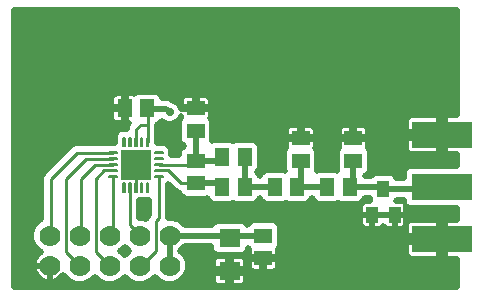
<source format=gtl>
G75*
%MOIN*%
%OFA0B0*%
%FSLAX25Y25*%
%IPPOS*%
%LPD*%
%AMOC8*
5,1,8,0,0,1.08239X$1,22.5*
%
%ADD10R,0.07087X0.06299*%
%ADD11R,0.05118X0.05906*%
%ADD12R,0.05906X0.05118*%
%ADD13R,0.03937X0.05512*%
%ADD14C,0.07000*%
%ADD15C,0.00553*%
%ADD16R,0.10236X0.10236*%
%ADD17R,0.20000X0.09000*%
%ADD18C,0.01969*%
%ADD19C,0.01000*%
%ADD20C,0.02781*%
D10*
X0078677Y0043238D03*
X0078677Y0054262D03*
D11*
X0076187Y0071250D03*
X0083667Y0071250D03*
X0093687Y0071250D03*
X0101167Y0071250D03*
X0111187Y0071250D03*
X0118667Y0071250D03*
X0083667Y0081250D03*
X0076187Y0081250D03*
X0051167Y0097500D03*
X0043687Y0097500D03*
D12*
X0067427Y0097490D03*
X0067427Y0090010D03*
X0067427Y0079990D03*
X0067427Y0072510D03*
X0089927Y0054990D03*
X0089927Y0047510D03*
X0102427Y0080010D03*
X0102427Y0087490D03*
X0119927Y0087490D03*
X0119927Y0080010D03*
D13*
X0129927Y0070581D03*
X0126187Y0061919D03*
X0133667Y0061919D03*
D14*
X0058677Y0055000D03*
X0048677Y0055000D03*
X0038677Y0055000D03*
X0028677Y0055000D03*
X0018677Y0055000D03*
X0018677Y0045000D03*
X0028677Y0045000D03*
X0038677Y0045000D03*
X0048677Y0045000D03*
X0058677Y0045000D03*
D15*
X0051600Y0072509D02*
X0051128Y0072509D01*
X0051600Y0072509D02*
X0051600Y0069755D01*
X0051128Y0069755D01*
X0051128Y0072509D01*
X0051128Y0070307D02*
X0051600Y0070307D01*
X0051600Y0070859D02*
X0051128Y0070859D01*
X0051128Y0071411D02*
X0051600Y0071411D01*
X0051600Y0071963D02*
X0051128Y0071963D01*
X0049632Y0072509D02*
X0049160Y0072509D01*
X0049632Y0072509D02*
X0049632Y0069755D01*
X0049160Y0069755D01*
X0049160Y0072509D01*
X0049160Y0070307D02*
X0049632Y0070307D01*
X0049632Y0070859D02*
X0049160Y0070859D01*
X0049160Y0071411D02*
X0049632Y0071411D01*
X0049632Y0071963D02*
X0049160Y0071963D01*
X0047663Y0072509D02*
X0047191Y0072509D01*
X0047663Y0072509D02*
X0047663Y0069755D01*
X0047191Y0069755D01*
X0047191Y0072509D01*
X0047191Y0070307D02*
X0047663Y0070307D01*
X0047663Y0070859D02*
X0047191Y0070859D01*
X0047191Y0071411D02*
X0047663Y0071411D01*
X0047663Y0071963D02*
X0047191Y0071963D01*
X0045695Y0072509D02*
X0045223Y0072509D01*
X0045695Y0072509D02*
X0045695Y0069755D01*
X0045223Y0069755D01*
X0045223Y0072509D01*
X0045223Y0070307D02*
X0045695Y0070307D01*
X0045695Y0070859D02*
X0045223Y0070859D01*
X0045223Y0071411D02*
X0045695Y0071411D01*
X0045695Y0071963D02*
X0045223Y0071963D01*
X0043726Y0072509D02*
X0043254Y0072509D01*
X0043726Y0072509D02*
X0043726Y0069755D01*
X0043254Y0069755D01*
X0043254Y0072509D01*
X0043254Y0070307D02*
X0043726Y0070307D01*
X0043726Y0070859D02*
X0043254Y0070859D01*
X0043254Y0071411D02*
X0043726Y0071411D01*
X0043726Y0071963D02*
X0043254Y0071963D01*
X0041186Y0074577D02*
X0041186Y0075049D01*
X0041186Y0074577D02*
X0038432Y0074577D01*
X0038432Y0075049D01*
X0041186Y0075049D01*
X0041186Y0076545D02*
X0041186Y0077017D01*
X0041186Y0076545D02*
X0038432Y0076545D01*
X0038432Y0077017D01*
X0041186Y0077017D01*
X0041186Y0078514D02*
X0041186Y0078986D01*
X0041186Y0078514D02*
X0038432Y0078514D01*
X0038432Y0078986D01*
X0041186Y0078986D01*
X0041186Y0080483D02*
X0041186Y0080955D01*
X0041186Y0080483D02*
X0038432Y0080483D01*
X0038432Y0080955D01*
X0041186Y0080955D01*
X0041186Y0082451D02*
X0041186Y0082923D01*
X0041186Y0082451D02*
X0038432Y0082451D01*
X0038432Y0082923D01*
X0041186Y0082923D01*
X0043254Y0084991D02*
X0043726Y0084991D01*
X0043254Y0084991D02*
X0043254Y0087745D01*
X0043726Y0087745D01*
X0043726Y0084991D01*
X0043726Y0085543D02*
X0043254Y0085543D01*
X0043254Y0086095D02*
X0043726Y0086095D01*
X0043726Y0086647D02*
X0043254Y0086647D01*
X0043254Y0087199D02*
X0043726Y0087199D01*
X0045223Y0084991D02*
X0045695Y0084991D01*
X0045223Y0084991D02*
X0045223Y0087745D01*
X0045695Y0087745D01*
X0045695Y0084991D01*
X0045695Y0085543D02*
X0045223Y0085543D01*
X0045223Y0086095D02*
X0045695Y0086095D01*
X0045695Y0086647D02*
X0045223Y0086647D01*
X0045223Y0087199D02*
X0045695Y0087199D01*
X0047191Y0084991D02*
X0047663Y0084991D01*
X0047191Y0084991D02*
X0047191Y0087745D01*
X0047663Y0087745D01*
X0047663Y0084991D01*
X0047663Y0085543D02*
X0047191Y0085543D01*
X0047191Y0086095D02*
X0047663Y0086095D01*
X0047663Y0086647D02*
X0047191Y0086647D01*
X0047191Y0087199D02*
X0047663Y0087199D01*
X0049160Y0084991D02*
X0049632Y0084991D01*
X0049160Y0084991D02*
X0049160Y0087745D01*
X0049632Y0087745D01*
X0049632Y0084991D01*
X0049632Y0085543D02*
X0049160Y0085543D01*
X0049160Y0086095D02*
X0049632Y0086095D01*
X0049632Y0086647D02*
X0049160Y0086647D01*
X0049160Y0087199D02*
X0049632Y0087199D01*
X0051128Y0084991D02*
X0051600Y0084991D01*
X0051128Y0084991D02*
X0051128Y0087745D01*
X0051600Y0087745D01*
X0051600Y0084991D01*
X0051600Y0085543D02*
X0051128Y0085543D01*
X0051128Y0086095D02*
X0051600Y0086095D01*
X0051600Y0086647D02*
X0051128Y0086647D01*
X0051128Y0087199D02*
X0051600Y0087199D01*
X0053668Y0082923D02*
X0053668Y0082451D01*
X0053668Y0082923D02*
X0056422Y0082923D01*
X0056422Y0082451D01*
X0053668Y0082451D01*
X0053668Y0080955D02*
X0053668Y0080483D01*
X0053668Y0080955D02*
X0056422Y0080955D01*
X0056422Y0080483D01*
X0053668Y0080483D01*
X0053668Y0078986D02*
X0053668Y0078514D01*
X0053668Y0078986D02*
X0056422Y0078986D01*
X0056422Y0078514D01*
X0053668Y0078514D01*
X0053668Y0077017D02*
X0053668Y0076545D01*
X0053668Y0077017D02*
X0056422Y0077017D01*
X0056422Y0076545D01*
X0053668Y0076545D01*
X0053668Y0075049D02*
X0053668Y0074577D01*
X0053668Y0075049D02*
X0056422Y0075049D01*
X0056422Y0074577D01*
X0053668Y0074577D01*
D16*
X0047427Y0078750D03*
D17*
X0149365Y0071250D03*
X0149365Y0053850D03*
X0149365Y0088650D03*
D18*
X0006968Y0130331D02*
X0006968Y0037937D01*
X0154480Y0037937D01*
X0154480Y0047366D01*
X0150349Y0047366D01*
X0150349Y0052866D01*
X0148380Y0052866D01*
X0137380Y0052866D01*
X0137380Y0049089D01*
X0137516Y0048584D01*
X0137777Y0048132D01*
X0138146Y0047762D01*
X0138599Y0047501D01*
X0139103Y0047366D01*
X0148380Y0047366D01*
X0148380Y0052866D01*
X0148380Y0054834D01*
X0137380Y0054834D01*
X0137380Y0058216D01*
X0137224Y0057945D01*
X0136854Y0057576D01*
X0136402Y0057314D01*
X0135897Y0057179D01*
X0133667Y0057179D01*
X0133667Y0061919D01*
X0126187Y0061919D01*
X0126187Y0057179D01*
X0128417Y0057179D01*
X0128921Y0057314D01*
X0129374Y0057576D01*
X0129743Y0057945D01*
X0129927Y0058263D01*
X0130111Y0057945D01*
X0130480Y0057576D01*
X0130933Y0057314D01*
X0131438Y0057179D01*
X0133667Y0057179D01*
X0133667Y0061919D01*
X0133667Y0061919D01*
X0133667Y0061919D01*
X0130140Y0061919D01*
X0126187Y0061919D01*
X0126187Y0061919D01*
X0126187Y0057179D01*
X0123957Y0057179D01*
X0123453Y0057314D01*
X0123000Y0057576D01*
X0122631Y0057945D01*
X0122369Y0058397D01*
X0122234Y0058902D01*
X0122234Y0061919D01*
X0126187Y0061919D01*
X0126187Y0061919D01*
X0126187Y0061919D01*
X0122234Y0061919D01*
X0122234Y0064936D01*
X0122369Y0065441D01*
X0122631Y0065894D01*
X0123000Y0066263D01*
X0123453Y0066524D01*
X0123957Y0066659D01*
X0125644Y0066659D01*
X0125374Y0067311D01*
X0125374Y0067681D01*
X0123768Y0067681D01*
X0123417Y0066833D01*
X0122690Y0066106D01*
X0121740Y0065713D01*
X0115594Y0065713D01*
X0114927Y0065989D01*
X0114260Y0065713D01*
X0108114Y0065713D01*
X0107164Y0066106D01*
X0106437Y0066833D01*
X0106177Y0067461D01*
X0105917Y0066833D01*
X0105190Y0066106D01*
X0104240Y0065713D01*
X0098094Y0065713D01*
X0097427Y0065989D01*
X0096760Y0065713D01*
X0090614Y0065713D01*
X0089664Y0066106D01*
X0088937Y0066833D01*
X0088677Y0067461D01*
X0088417Y0066833D01*
X0087690Y0066106D01*
X0086740Y0065713D01*
X0080594Y0065713D01*
X0079927Y0065989D01*
X0079260Y0065713D01*
X0073114Y0065713D01*
X0072164Y0066106D01*
X0071437Y0066833D01*
X0071169Y0067480D01*
X0070894Y0067367D01*
X0063960Y0067367D01*
X0063011Y0067760D01*
X0062284Y0068487D01*
X0061899Y0069416D01*
X0061814Y0069416D01*
X0060680Y0069885D01*
X0059812Y0070753D01*
X0058228Y0072337D01*
X0058130Y0072239D01*
X0058130Y0061084D01*
X0059887Y0061084D01*
X0062124Y0060158D01*
X0063713Y0058568D01*
X0072816Y0058568D01*
X0072943Y0058875D01*
X0073670Y0059602D01*
X0074620Y0059996D01*
X0082735Y0059996D01*
X0083684Y0059602D01*
X0084411Y0058875D01*
X0084542Y0058559D01*
X0084595Y0058559D01*
X0084784Y0059013D01*
X0085511Y0059740D01*
X0086460Y0060133D01*
X0093394Y0060133D01*
X0094344Y0059740D01*
X0095071Y0059013D01*
X0095464Y0058063D01*
X0095464Y0051917D01*
X0095071Y0050967D01*
X0094773Y0050670D01*
X0094864Y0050330D01*
X0094864Y0047805D01*
X0090223Y0047805D01*
X0090223Y0047215D01*
X0094864Y0047215D01*
X0094864Y0044690D01*
X0094729Y0044185D01*
X0094468Y0043732D01*
X0094098Y0043363D01*
X0093646Y0043102D01*
X0093141Y0042967D01*
X0090222Y0042967D01*
X0090222Y0047214D01*
X0089632Y0047214D01*
X0089632Y0042967D01*
X0086713Y0042967D01*
X0086209Y0043102D01*
X0085756Y0043363D01*
X0085387Y0043732D01*
X0085125Y0044185D01*
X0084990Y0044690D01*
X0084990Y0047215D01*
X0089632Y0047215D01*
X0089632Y0047805D01*
X0084990Y0047805D01*
X0084990Y0050330D01*
X0085081Y0050670D01*
X0084805Y0050946D01*
X0084805Y0050598D01*
X0084411Y0049648D01*
X0083684Y0048921D01*
X0082735Y0048528D01*
X0074620Y0048528D01*
X0073670Y0048921D01*
X0072943Y0049648D01*
X0072550Y0050598D01*
X0072550Y0051431D01*
X0063713Y0051431D01*
X0062282Y0050000D01*
X0063835Y0048446D01*
X0064761Y0046210D01*
X0064761Y0043790D01*
X0063835Y0041554D01*
X0062124Y0039842D01*
X0059887Y0038916D01*
X0057467Y0038916D01*
X0055231Y0039842D01*
X0053677Y0041396D01*
X0052124Y0039842D01*
X0049887Y0038916D01*
X0047467Y0038916D01*
X0045231Y0039842D01*
X0043677Y0041396D01*
X0042124Y0039842D01*
X0039887Y0038916D01*
X0037467Y0038916D01*
X0035231Y0039842D01*
X0033677Y0041396D01*
X0032124Y0039842D01*
X0029887Y0038916D01*
X0027467Y0038916D01*
X0025231Y0039842D01*
X0023519Y0041554D01*
X0023313Y0042051D01*
X0022860Y0041427D01*
X0022250Y0040817D01*
X0021552Y0040309D01*
X0020782Y0039918D01*
X0019961Y0039651D01*
X0019109Y0039516D01*
X0018693Y0039516D01*
X0018693Y0044984D01*
X0018661Y0044984D01*
X0013193Y0044984D01*
X0013193Y0044568D01*
X0013328Y0043716D01*
X0013595Y0042895D01*
X0013987Y0042126D01*
X0014494Y0041427D01*
X0015104Y0040817D01*
X0015803Y0040309D01*
X0016572Y0039918D01*
X0017393Y0039651D01*
X0018246Y0039516D01*
X0018661Y0039516D01*
X0018661Y0044984D01*
X0018661Y0045016D01*
X0013193Y0045016D01*
X0013193Y0045432D01*
X0013328Y0046284D01*
X0013595Y0047105D01*
X0013987Y0047874D01*
X0014494Y0048573D01*
X0015104Y0049183D01*
X0015728Y0049636D01*
X0015231Y0049842D01*
X0013519Y0051554D01*
X0012593Y0053790D01*
X0012593Y0056210D01*
X0013519Y0058446D01*
X0015231Y0060158D01*
X0015900Y0060435D01*
X0015900Y0074615D01*
X0016370Y0075749D01*
X0017237Y0076617D01*
X0025922Y0085302D01*
X0027056Y0085771D01*
X0037834Y0085771D01*
X0037863Y0085783D01*
X0040394Y0085783D01*
X0040394Y0088314D01*
X0040830Y0089366D01*
X0041634Y0090170D01*
X0042686Y0090606D01*
X0044295Y0090606D01*
X0044343Y0090586D01*
X0044343Y0091058D01*
X0044812Y0092192D01*
X0045184Y0092563D01*
X0043982Y0092563D01*
X0043982Y0097205D01*
X0043392Y0097205D01*
X0043392Y0092563D01*
X0040867Y0092563D01*
X0040362Y0092698D01*
X0039910Y0092959D01*
X0039540Y0093329D01*
X0039279Y0093781D01*
X0039144Y0094286D01*
X0039144Y0097205D01*
X0043392Y0097205D01*
X0043392Y0097795D01*
X0039144Y0097795D01*
X0039144Y0100714D01*
X0039279Y0101219D01*
X0039540Y0101671D01*
X0039910Y0102041D01*
X0040362Y0102302D01*
X0040867Y0102437D01*
X0043392Y0102437D01*
X0043392Y0097795D01*
X0043982Y0097795D01*
X0043982Y0102437D01*
X0046507Y0102437D01*
X0046847Y0102346D01*
X0047144Y0102644D01*
X0048094Y0103037D01*
X0054240Y0103037D01*
X0055190Y0102644D01*
X0055917Y0101917D01*
X0056311Y0100967D01*
X0056311Y0100872D01*
X0058334Y0100872D01*
X0059645Y0100328D01*
X0059948Y0100026D01*
X0060929Y0099620D01*
X0062047Y0098502D01*
X0062588Y0097195D01*
X0067132Y0097195D01*
X0067132Y0097785D01*
X0062490Y0097785D01*
X0062490Y0100310D01*
X0062625Y0100815D01*
X0062887Y0101268D01*
X0063256Y0101637D01*
X0063709Y0101898D01*
X0064213Y0102033D01*
X0067132Y0102033D01*
X0067132Y0097786D01*
X0067722Y0097786D01*
X0067722Y0102033D01*
X0070641Y0102033D01*
X0071146Y0101898D01*
X0071598Y0101637D01*
X0071968Y0101268D01*
X0072229Y0100815D01*
X0072364Y0100310D01*
X0072364Y0097785D01*
X0067723Y0097785D01*
X0067723Y0097195D01*
X0072364Y0097195D01*
X0072364Y0094670D01*
X0072273Y0094330D01*
X0072571Y0094033D01*
X0072964Y0093083D01*
X0072964Y0086937D01*
X0072858Y0086681D01*
X0073114Y0086787D01*
X0079260Y0086787D01*
X0079927Y0086511D01*
X0080594Y0086787D01*
X0086740Y0086787D01*
X0087690Y0086394D01*
X0088417Y0085667D01*
X0088811Y0084717D01*
X0088811Y0077783D01*
X0088417Y0076833D01*
X0087834Y0076250D01*
X0088417Y0075667D01*
X0088677Y0075039D01*
X0088937Y0075667D01*
X0089664Y0076394D01*
X0090614Y0076787D01*
X0096760Y0076787D01*
X0096992Y0076691D01*
X0096890Y0076937D01*
X0096890Y0083083D01*
X0097284Y0084033D01*
X0097581Y0084330D01*
X0097490Y0084670D01*
X0097490Y0087195D01*
X0102132Y0087195D01*
X0102132Y0087785D01*
X0097490Y0087785D01*
X0097490Y0090310D01*
X0097625Y0090815D01*
X0097887Y0091268D01*
X0098256Y0091637D01*
X0098709Y0091898D01*
X0099213Y0092033D01*
X0102132Y0092033D01*
X0102132Y0087786D01*
X0102722Y0087786D01*
X0102722Y0092033D01*
X0105641Y0092033D01*
X0106146Y0091898D01*
X0106598Y0091637D01*
X0106968Y0091268D01*
X0107229Y0090815D01*
X0107364Y0090310D01*
X0107364Y0087785D01*
X0102723Y0087785D01*
X0102723Y0087195D01*
X0107364Y0087195D01*
X0107364Y0084670D01*
X0107273Y0084330D01*
X0107571Y0084033D01*
X0107964Y0083083D01*
X0107964Y0076937D01*
X0107858Y0076681D01*
X0108114Y0076787D01*
X0114260Y0076787D01*
X0114492Y0076691D01*
X0114390Y0076937D01*
X0114390Y0083083D01*
X0114784Y0084033D01*
X0115081Y0084330D01*
X0114990Y0084670D01*
X0114990Y0087195D01*
X0119632Y0087195D01*
X0119632Y0087785D01*
X0114990Y0087785D01*
X0114990Y0090310D01*
X0115125Y0090815D01*
X0115387Y0091268D01*
X0115756Y0091637D01*
X0116209Y0091898D01*
X0116713Y0092033D01*
X0119632Y0092033D01*
X0119632Y0087786D01*
X0120222Y0087786D01*
X0120222Y0092033D01*
X0123141Y0092033D01*
X0123646Y0091898D01*
X0124098Y0091637D01*
X0124468Y0091268D01*
X0124729Y0090815D01*
X0124864Y0090310D01*
X0124864Y0087785D01*
X0120223Y0087785D01*
X0120223Y0087195D01*
X0124864Y0087195D01*
X0124864Y0084670D01*
X0124773Y0084330D01*
X0125071Y0084033D01*
X0125464Y0083083D01*
X0125464Y0076937D01*
X0125071Y0075987D01*
X0124344Y0075260D01*
X0123697Y0074992D01*
X0123768Y0074818D01*
X0125786Y0074818D01*
X0126495Y0075527D01*
X0127445Y0075921D01*
X0132410Y0075921D01*
X0133360Y0075527D01*
X0134086Y0074800D01*
X0134356Y0074149D01*
X0136780Y0074149D01*
X0136780Y0076264D01*
X0137174Y0077214D01*
X0137901Y0077941D01*
X0138851Y0078334D01*
X0154480Y0078334D01*
X0154480Y0082166D01*
X0150349Y0082166D01*
X0150349Y0087666D01*
X0148380Y0087666D01*
X0137380Y0087666D01*
X0137380Y0083889D01*
X0137516Y0083384D01*
X0137777Y0082932D01*
X0138146Y0082562D01*
X0138599Y0082301D01*
X0139103Y0082166D01*
X0148380Y0082166D01*
X0148380Y0087666D01*
X0148380Y0089634D01*
X0137380Y0089634D01*
X0137380Y0093411D01*
X0137516Y0093916D01*
X0137777Y0094368D01*
X0138146Y0094738D01*
X0138599Y0094999D01*
X0139103Y0095134D01*
X0148380Y0095134D01*
X0148380Y0089634D01*
X0150349Y0089634D01*
X0150349Y0095134D01*
X0154480Y0095134D01*
X0154480Y0130331D01*
X0006968Y0130331D01*
X0006968Y0129386D02*
X0154480Y0129386D01*
X0154480Y0127419D02*
X0006968Y0127419D01*
X0006968Y0125452D02*
X0154480Y0125452D01*
X0154480Y0123485D02*
X0006968Y0123485D01*
X0006968Y0121518D02*
X0154480Y0121518D01*
X0154480Y0119551D02*
X0006968Y0119551D01*
X0006968Y0117584D02*
X0154480Y0117584D01*
X0154480Y0115617D02*
X0006968Y0115617D01*
X0006968Y0113650D02*
X0154480Y0113650D01*
X0154480Y0111683D02*
X0006968Y0111683D01*
X0006968Y0109716D02*
X0154480Y0109716D01*
X0154480Y0107749D02*
X0006968Y0107749D01*
X0006968Y0105782D02*
X0154480Y0105782D01*
X0154480Y0103815D02*
X0006968Y0103815D01*
X0006968Y0101848D02*
X0039717Y0101848D01*
X0043392Y0101848D02*
X0043982Y0101848D01*
X0043982Y0099880D02*
X0043392Y0099880D01*
X0043392Y0097913D02*
X0043982Y0097913D01*
X0043982Y0095946D02*
X0043392Y0095946D01*
X0043392Y0093979D02*
X0043982Y0093979D01*
X0044738Y0092012D02*
X0006968Y0092012D01*
X0006968Y0093979D02*
X0039226Y0093979D01*
X0039144Y0095946D02*
X0006968Y0095946D01*
X0006968Y0097913D02*
X0039144Y0097913D01*
X0039144Y0099880D02*
X0006968Y0099880D01*
X0006968Y0090045D02*
X0041509Y0090045D01*
X0040394Y0088078D02*
X0006968Y0088078D01*
X0006968Y0086111D02*
X0040394Y0086111D01*
X0046443Y0082205D02*
X0046443Y0079734D01*
X0046443Y0077766D01*
X0043972Y0077766D01*
X0044047Y0077946D01*
X0044047Y0079554D01*
X0043972Y0079734D01*
X0046443Y0079734D01*
X0048411Y0079734D01*
X0048411Y0082205D01*
X0048232Y0082130D01*
X0046623Y0082130D01*
X0046443Y0082205D01*
X0046443Y0082177D02*
X0046509Y0082177D01*
X0048345Y0082177D02*
X0048411Y0082177D01*
X0048411Y0080210D02*
X0046443Y0080210D01*
X0048411Y0079734D02*
X0050882Y0079734D01*
X0050807Y0079554D01*
X0050807Y0077946D01*
X0050882Y0077766D01*
X0048411Y0077766D01*
X0048411Y0075295D01*
X0047540Y0074934D01*
X0047427Y0074822D01*
X0047315Y0074934D01*
X0046443Y0075295D01*
X0046443Y0077766D01*
X0048411Y0077766D01*
X0048411Y0079734D01*
X0048411Y0078243D02*
X0050807Y0078243D01*
X0048411Y0076276D02*
X0046443Y0076276D01*
X0046443Y0078243D02*
X0044047Y0078243D01*
X0054460Y0085783D02*
X0054460Y0088314D01*
X0054448Y0088343D01*
X0054448Y0092049D01*
X0055190Y0092356D01*
X0055917Y0093083D01*
X0056007Y0093299D01*
X0056426Y0092880D01*
X0057887Y0092275D01*
X0059468Y0092275D01*
X0060929Y0092880D01*
X0062047Y0093998D01*
X0062490Y0095069D01*
X0062490Y0094670D01*
X0062581Y0094330D01*
X0062284Y0094033D01*
X0061890Y0093083D01*
X0061890Y0086937D01*
X0062284Y0085987D01*
X0063011Y0085260D01*
X0063638Y0085000D01*
X0063011Y0084740D01*
X0062284Y0084013D01*
X0061890Y0083063D01*
X0061890Y0081834D01*
X0059263Y0081834D01*
X0059283Y0081883D01*
X0059283Y0083491D01*
X0058848Y0084543D01*
X0058043Y0085348D01*
X0056991Y0085783D01*
X0054460Y0085783D01*
X0054460Y0086111D02*
X0062232Y0086111D01*
X0062415Y0084144D02*
X0059013Y0084144D01*
X0059283Y0082177D02*
X0061890Y0082177D01*
X0066187Y0078750D02*
X0067427Y0079990D01*
X0076187Y0079990D01*
X0076187Y0081250D01*
X0083667Y0081250D02*
X0083667Y0071250D01*
X0093687Y0071250D01*
X0089329Y0066441D02*
X0088025Y0066441D01*
X0084601Y0058573D02*
X0084536Y0058573D01*
X0079406Y0054990D02*
X0078677Y0054262D01*
X0077939Y0055000D01*
X0058677Y0055000D01*
X0058677Y0045000D01*
X0064367Y0042837D02*
X0078087Y0042837D01*
X0078087Y0042648D02*
X0073150Y0042648D01*
X0073150Y0039827D01*
X0073285Y0039323D01*
X0073546Y0038870D01*
X0073915Y0038501D01*
X0074368Y0038240D01*
X0074873Y0038104D01*
X0078087Y0038104D01*
X0078087Y0042648D01*
X0079268Y0042648D01*
X0079268Y0043829D01*
X0078087Y0043829D01*
X0078087Y0048372D01*
X0074873Y0048372D01*
X0074368Y0048237D01*
X0073915Y0047976D01*
X0073546Y0047606D01*
X0073285Y0047154D01*
X0073150Y0046649D01*
X0073150Y0043829D01*
X0078087Y0043829D01*
X0078087Y0042648D01*
X0079268Y0042648D02*
X0079268Y0038104D01*
X0082482Y0038104D01*
X0082986Y0038240D01*
X0083439Y0038501D01*
X0083808Y0038870D01*
X0084069Y0039323D01*
X0084205Y0039827D01*
X0084205Y0042648D01*
X0079268Y0042648D01*
X0079268Y0042837D02*
X0154480Y0042837D01*
X0154480Y0044804D02*
X0094864Y0044804D01*
X0094864Y0046771D02*
X0154480Y0046771D01*
X0150349Y0048738D02*
X0148380Y0048738D01*
X0148380Y0050705D02*
X0150349Y0050705D01*
X0150349Y0052672D02*
X0148380Y0052672D01*
X0148380Y0054639D02*
X0095464Y0054639D01*
X0095464Y0052672D02*
X0137380Y0052672D01*
X0137380Y0050705D02*
X0094809Y0050705D01*
X0094864Y0048738D02*
X0137474Y0048738D01*
X0148380Y0054834D02*
X0148380Y0060334D01*
X0139103Y0060334D01*
X0138599Y0060199D01*
X0138146Y0059938D01*
X0137777Y0059568D01*
X0137620Y0059297D01*
X0137620Y0061919D01*
X0133667Y0061919D01*
X0133667Y0061919D01*
X0137620Y0061919D01*
X0137620Y0064840D01*
X0137901Y0064559D01*
X0138851Y0064166D01*
X0154480Y0064166D01*
X0154480Y0060334D01*
X0150349Y0060334D01*
X0150349Y0054834D01*
X0148380Y0054834D01*
X0148380Y0056606D02*
X0150349Y0056606D01*
X0150349Y0058573D02*
X0148380Y0058573D01*
X0154480Y0060540D02*
X0137620Y0060540D01*
X0137620Y0062507D02*
X0154480Y0062507D01*
X0149827Y0070581D02*
X0129927Y0070581D01*
X0129927Y0071250D01*
X0118667Y0071250D01*
X0119927Y0071250D01*
X0119927Y0080010D01*
X0114390Y0080210D02*
X0107964Y0080210D01*
X0107964Y0082177D02*
X0114390Y0082177D01*
X0114895Y0084144D02*
X0107459Y0084144D01*
X0107364Y0086111D02*
X0114990Y0086111D01*
X0114990Y0088078D02*
X0107364Y0088078D01*
X0107364Y0090045D02*
X0114990Y0090045D01*
X0116635Y0092012D02*
X0105720Y0092012D01*
X0102722Y0092012D02*
X0102132Y0092012D01*
X0099135Y0092012D02*
X0072964Y0092012D01*
X0072593Y0093979D02*
X0137552Y0093979D01*
X0137380Y0092012D02*
X0123220Y0092012D01*
X0124864Y0090045D02*
X0137380Y0090045D01*
X0137380Y0086111D02*
X0124864Y0086111D01*
X0124959Y0084144D02*
X0137380Y0084144D01*
X0139060Y0082177D02*
X0125464Y0082177D01*
X0125464Y0080210D02*
X0154480Y0080210D01*
X0150349Y0082177D02*
X0148380Y0082177D01*
X0148380Y0084144D02*
X0150349Y0084144D01*
X0150349Y0086111D02*
X0148380Y0086111D01*
X0148380Y0088078D02*
X0124864Y0088078D01*
X0120222Y0088078D02*
X0119632Y0088078D01*
X0119632Y0090045D02*
X0120222Y0090045D01*
X0120222Y0092012D02*
X0119632Y0092012D01*
X0102722Y0090045D02*
X0102132Y0090045D01*
X0102132Y0088078D02*
X0102722Y0088078D01*
X0097490Y0088078D02*
X0072964Y0088078D01*
X0072964Y0090045D02*
X0097490Y0090045D01*
X0097490Y0086111D02*
X0087972Y0086111D01*
X0088811Y0084144D02*
X0097395Y0084144D01*
X0096890Y0082177D02*
X0088811Y0082177D01*
X0088811Y0080210D02*
X0096890Y0080210D01*
X0096890Y0078243D02*
X0088811Y0078243D01*
X0089547Y0076276D02*
X0087860Y0076276D01*
X0076187Y0072510D02*
X0076187Y0071250D01*
X0076187Y0072510D02*
X0067427Y0072510D01*
X0067417Y0072500D01*
X0062362Y0068408D02*
X0058130Y0068408D01*
X0058130Y0066441D02*
X0071829Y0066441D01*
X0072818Y0058573D02*
X0063708Y0058573D01*
X0061201Y0060540D02*
X0122234Y0060540D01*
X0122234Y0062507D02*
X0058130Y0062507D01*
X0058130Y0064474D02*
X0122234Y0064474D01*
X0123025Y0066441D02*
X0123309Y0066441D01*
X0126187Y0060540D02*
X0126187Y0060540D01*
X0126187Y0058573D02*
X0126187Y0058573D01*
X0122322Y0058573D02*
X0095253Y0058573D01*
X0095464Y0056606D02*
X0137380Y0056606D01*
X0133667Y0058573D02*
X0133667Y0058573D01*
X0133667Y0060540D02*
X0133667Y0060540D01*
X0137620Y0064474D02*
X0138106Y0064474D01*
X0136780Y0066306D02*
X0136402Y0066524D01*
X0135897Y0066659D01*
X0134210Y0066659D01*
X0134356Y0067012D01*
X0136780Y0067012D01*
X0136780Y0066306D01*
X0136780Y0066441D02*
X0136545Y0066441D01*
X0136780Y0074309D02*
X0134290Y0074309D01*
X0136785Y0076276D02*
X0125191Y0076276D01*
X0125464Y0078243D02*
X0138631Y0078243D01*
X0149365Y0071250D02*
X0149827Y0070581D01*
X0150349Y0090045D02*
X0148380Y0090045D01*
X0148380Y0092012D02*
X0150349Y0092012D01*
X0150349Y0093979D02*
X0148380Y0093979D01*
X0154480Y0095946D02*
X0072364Y0095946D01*
X0072364Y0097913D02*
X0154480Y0097913D01*
X0154480Y0099880D02*
X0072364Y0099880D01*
X0071234Y0101848D02*
X0154480Y0101848D01*
X0114390Y0078243D02*
X0107964Y0078243D01*
X0102427Y0080010D02*
X0102427Y0071250D01*
X0101167Y0071250D01*
X0111187Y0071250D01*
X0106829Y0066441D02*
X0105525Y0066441D01*
X0089927Y0054990D02*
X0079406Y0054990D01*
X0084805Y0050705D02*
X0085046Y0050705D01*
X0084990Y0048738D02*
X0083242Y0048738D01*
X0082986Y0048237D02*
X0083439Y0047976D01*
X0083808Y0047606D01*
X0084069Y0047154D01*
X0084205Y0046649D01*
X0084205Y0043829D01*
X0079268Y0043829D01*
X0079268Y0048372D01*
X0082482Y0048372D01*
X0082986Y0048237D01*
X0084172Y0046771D02*
X0084990Y0046771D01*
X0084990Y0044804D02*
X0084205Y0044804D01*
X0079268Y0044804D02*
X0078087Y0044804D01*
X0078087Y0046771D02*
X0079268Y0046771D01*
X0074112Y0048738D02*
X0063543Y0048738D01*
X0062987Y0050705D02*
X0072550Y0050705D01*
X0073182Y0046771D02*
X0064529Y0046771D01*
X0064761Y0044804D02*
X0073150Y0044804D01*
X0073150Y0040870D02*
X0063152Y0040870D01*
X0054203Y0040870D02*
X0053152Y0040870D01*
X0044203Y0040870D02*
X0043152Y0040870D01*
X0034203Y0040870D02*
X0033152Y0040870D01*
X0024203Y0040870D02*
X0022303Y0040870D01*
X0018693Y0040870D02*
X0018661Y0040870D01*
X0018661Y0042837D02*
X0018693Y0042837D01*
X0018661Y0044804D02*
X0018693Y0044804D01*
X0015051Y0040870D02*
X0006968Y0040870D01*
X0006968Y0038903D02*
X0073527Y0038903D01*
X0078087Y0038903D02*
X0079268Y0038903D01*
X0079268Y0040870D02*
X0078087Y0040870D01*
X0083827Y0038903D02*
X0154480Y0038903D01*
X0154480Y0040870D02*
X0084205Y0040870D01*
X0089632Y0044804D02*
X0090222Y0044804D01*
X0090222Y0046771D02*
X0089632Y0046771D01*
X0060190Y0070375D02*
X0058130Y0070375D01*
X0051961Y0066894D02*
X0051961Y0062341D01*
X0051370Y0061749D01*
X0050917Y0060658D01*
X0049887Y0061084D01*
X0048543Y0061084D01*
X0048543Y0066914D01*
X0048591Y0066894D01*
X0050200Y0066894D01*
X0050380Y0066969D01*
X0050560Y0066894D01*
X0051961Y0066894D01*
X0051961Y0066441D02*
X0048543Y0066441D01*
X0048543Y0064474D02*
X0051961Y0064474D01*
X0051961Y0062507D02*
X0048543Y0062507D01*
X0043677Y0051396D02*
X0045073Y0050000D01*
X0043677Y0048604D01*
X0042282Y0050000D01*
X0043677Y0051396D01*
X0042987Y0050705D02*
X0044368Y0050705D01*
X0043811Y0048738D02*
X0043543Y0048738D01*
X0015900Y0060540D02*
X0006968Y0060540D01*
X0006968Y0062507D02*
X0015900Y0062507D01*
X0015900Y0064474D02*
X0006968Y0064474D01*
X0006968Y0066441D02*
X0015900Y0066441D01*
X0015900Y0068408D02*
X0006968Y0068408D01*
X0006968Y0070375D02*
X0015900Y0070375D01*
X0015900Y0072342D02*
X0006968Y0072342D01*
X0006968Y0074309D02*
X0015900Y0074309D01*
X0016897Y0076276D02*
X0006968Y0076276D01*
X0006968Y0078243D02*
X0018864Y0078243D01*
X0020831Y0080210D02*
X0006968Y0080210D01*
X0006968Y0082177D02*
X0022798Y0082177D01*
X0024765Y0084144D02*
X0006968Y0084144D01*
X0006968Y0058573D02*
X0013646Y0058573D01*
X0012757Y0056606D02*
X0006968Y0056606D01*
X0006968Y0054639D02*
X0012593Y0054639D01*
X0013056Y0052672D02*
X0006968Y0052672D01*
X0006968Y0050705D02*
X0014368Y0050705D01*
X0014659Y0048738D02*
X0006968Y0048738D01*
X0006968Y0046771D02*
X0013486Y0046771D01*
X0013193Y0044804D02*
X0006968Y0044804D01*
X0006968Y0042837D02*
X0013624Y0042837D01*
X0067427Y0079990D02*
X0067427Y0090010D01*
X0061890Y0090045D02*
X0054448Y0090045D01*
X0054460Y0088078D02*
X0061890Y0088078D01*
X0061890Y0092012D02*
X0054448Y0092012D01*
X0058677Y0096250D02*
X0057624Y0097303D01*
X0051364Y0097303D01*
X0055946Y0101848D02*
X0063621Y0101848D01*
X0067132Y0101848D02*
X0067722Y0101848D01*
X0067722Y0099880D02*
X0067132Y0099880D01*
X0067132Y0097913D02*
X0067722Y0097913D01*
X0062490Y0097913D02*
X0062290Y0097913D01*
X0062490Y0099880D02*
X0060299Y0099880D01*
X0062028Y0093979D02*
X0062262Y0093979D01*
D19*
X0051364Y0092002D02*
X0051364Y0086368D01*
X0047427Y0086368D02*
X0047427Y0090445D01*
X0048984Y0092002D01*
X0051364Y0092002D01*
X0051364Y0097303D01*
X0051167Y0097500D01*
X0039809Y0082687D02*
X0027669Y0082687D01*
X0018984Y0074002D01*
X0018984Y0055307D01*
X0018677Y0055000D01*
X0023984Y0049693D02*
X0028677Y0045000D01*
X0023984Y0049693D02*
X0023984Y0074002D01*
X0030701Y0080719D01*
X0039809Y0080719D01*
X0039809Y0078750D02*
X0033732Y0078750D01*
X0028984Y0074002D01*
X0028984Y0055307D01*
X0028677Y0055000D01*
X0033984Y0049693D02*
X0038677Y0045000D01*
X0033984Y0049693D02*
X0033984Y0074002D01*
X0036764Y0076781D01*
X0039809Y0076781D01*
X0039809Y0074813D02*
X0039809Y0056827D01*
X0038984Y0056002D01*
X0038984Y0055307D01*
X0038677Y0055000D01*
X0045459Y0058528D02*
X0047984Y0056002D01*
X0047984Y0055693D01*
X0048677Y0055000D01*
X0045459Y0058528D02*
X0045459Y0071132D01*
X0047427Y0071132D02*
X0047427Y0078750D01*
X0055045Y0078750D02*
X0066187Y0078750D01*
X0062427Y0072500D02*
X0058146Y0076781D01*
X0055045Y0076781D01*
X0055045Y0074813D02*
X0055045Y0061063D01*
X0053984Y0060002D01*
X0053984Y0050002D01*
X0050984Y0047002D01*
X0050679Y0047002D01*
X0048677Y0045000D01*
X0062427Y0072500D02*
X0067417Y0072500D01*
D20*
X0065734Y0064065D03*
X0073234Y0064065D03*
X0081984Y0064065D03*
X0090734Y0064065D03*
X0096984Y0056565D03*
X0100734Y0064065D03*
X0110734Y0064065D03*
X0120734Y0064065D03*
X0121984Y0055315D03*
X0129484Y0055315D03*
X0135734Y0055315D03*
X0135734Y0051565D03*
X0135734Y0047815D03*
X0138234Y0045315D03*
X0141984Y0045315D03*
X0145734Y0045315D03*
X0149484Y0045315D03*
X0153234Y0045315D03*
X0153234Y0061565D03*
X0149484Y0061565D03*
X0145734Y0061565D03*
X0141984Y0061565D03*
X0138234Y0061565D03*
X0135734Y0076565D03*
X0131984Y0077815D03*
X0128234Y0077815D03*
X0135734Y0082815D03*
X0138234Y0080315D03*
X0141984Y0080315D03*
X0145734Y0080315D03*
X0149484Y0080315D03*
X0153234Y0080315D03*
X0135734Y0086565D03*
X0135734Y0090315D03*
X0135734Y0094065D03*
X0138234Y0096565D03*
X0141984Y0096565D03*
X0145734Y0096565D03*
X0149484Y0096565D03*
X0153234Y0096565D03*
X0126984Y0087815D03*
X0119484Y0094065D03*
X0110734Y0087815D03*
X0101984Y0094065D03*
X0093234Y0087815D03*
X0085734Y0089065D03*
X0075734Y0089065D03*
X0073234Y0097815D03*
X0073234Y0104065D03*
X0066984Y0104065D03*
X0061984Y0104065D03*
X0058677Y0096250D03*
X0043234Y0091565D03*
X0038234Y0091565D03*
X0038234Y0087815D03*
X0044484Y0081565D03*
X0047734Y0078565D03*
X0050734Y0081565D03*
X0050734Y0075565D03*
X0044484Y0075565D03*
X0027984Y0087815D03*
X0022734Y0083565D03*
X0016484Y0077815D03*
X0011484Y0072815D03*
X0011484Y0064815D03*
X0010984Y0057815D03*
X0010984Y0051565D03*
X0010734Y0045315D03*
X0010734Y0039065D03*
X0069484Y0041565D03*
X0069484Y0049065D03*
X0089484Y0041565D03*
X0096984Y0041565D03*
X0096984Y0047815D03*
X0093234Y0079065D03*
X0110862Y0078563D03*
X0043234Y0102815D03*
X0038234Y0102815D03*
X0038234Y0097815D03*
M02*

</source>
